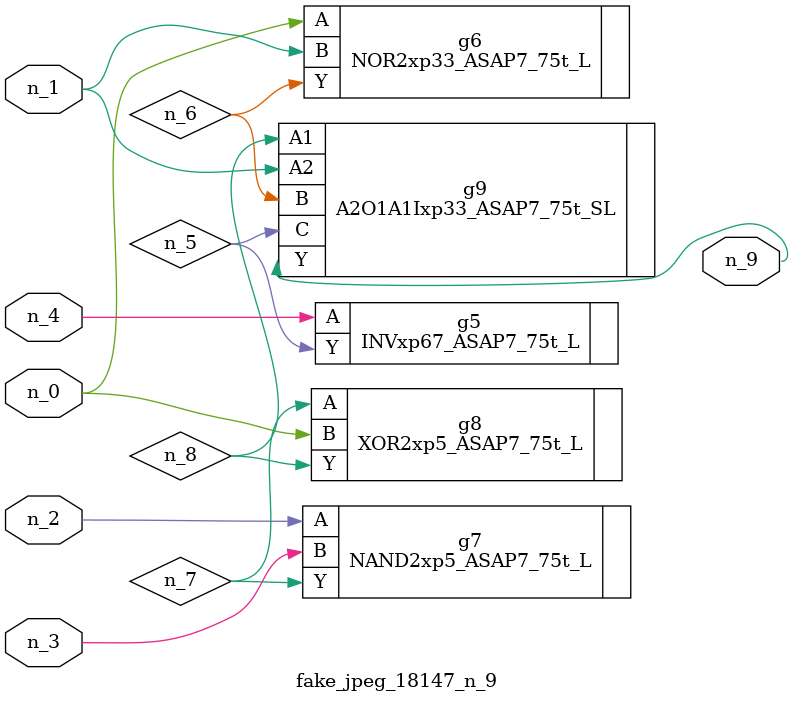
<source format=v>
module fake_jpeg_18147_n_9 (n_3, n_2, n_1, n_0, n_4, n_9);

input n_3;
input n_2;
input n_1;
input n_0;
input n_4;

output n_9;

wire n_8;
wire n_6;
wire n_5;
wire n_7;

INVxp67_ASAP7_75t_L g5 ( 
.A(n_4),
.Y(n_5)
);

NOR2xp33_ASAP7_75t_L g6 ( 
.A(n_0),
.B(n_1),
.Y(n_6)
);

NAND2xp5_ASAP7_75t_L g7 ( 
.A(n_2),
.B(n_3),
.Y(n_7)
);

XOR2xp5_ASAP7_75t_L g8 ( 
.A(n_7),
.B(n_0),
.Y(n_8)
);

A2O1A1Ixp33_ASAP7_75t_SL g9 ( 
.A1(n_8),
.A2(n_1),
.B(n_6),
.C(n_5),
.Y(n_9)
);


endmodule
</source>
